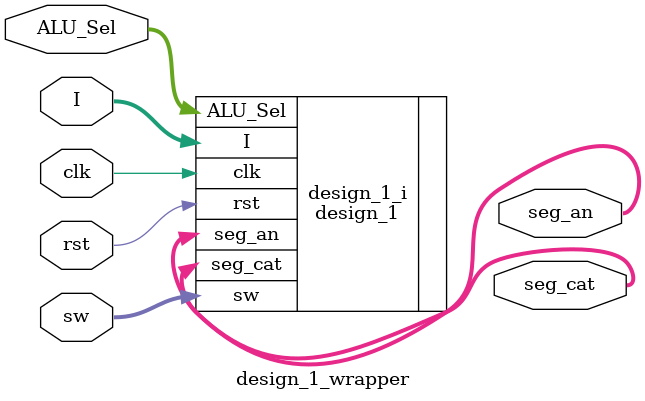
<source format=v>
`timescale 1 ps / 1 ps

module design_1_wrapper
   (ALU_Sel,
    I,
    clk,
    rst,
    seg_an,
    seg_cat,
    sw);
  input [2:0]ALU_Sel;
  input [1:0]I;
  input clk;
  input rst;
  output [3:0]seg_an;
  output [7:0]seg_cat;
  input [7:0]sw;

  wire [2:0]ALU_Sel;
  wire [1:0]I;
  wire clk;
  wire rst;
  wire [3:0]seg_an;
  wire [7:0]seg_cat;
  wire [7:0]sw;

  design_1 design_1_i
       (.ALU_Sel(ALU_Sel),
        .I(I),
        .clk(clk),
        .rst(rst),
        .seg_an(seg_an),
        .seg_cat(seg_cat),
        .sw(sw));
endmodule

</source>
